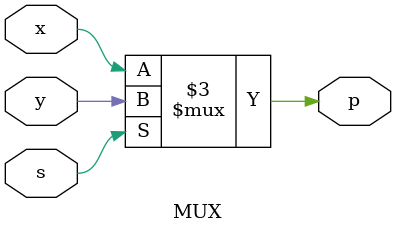
<source format=v>
`timescale 1ns / 1ps
module MUX(
input x,
input y,
input s,
output reg p );

	always @(x or y or s) 
		begin 
		 if(s) 
			p = y;
		 else 
			p = x;
		end

endmodule

</source>
